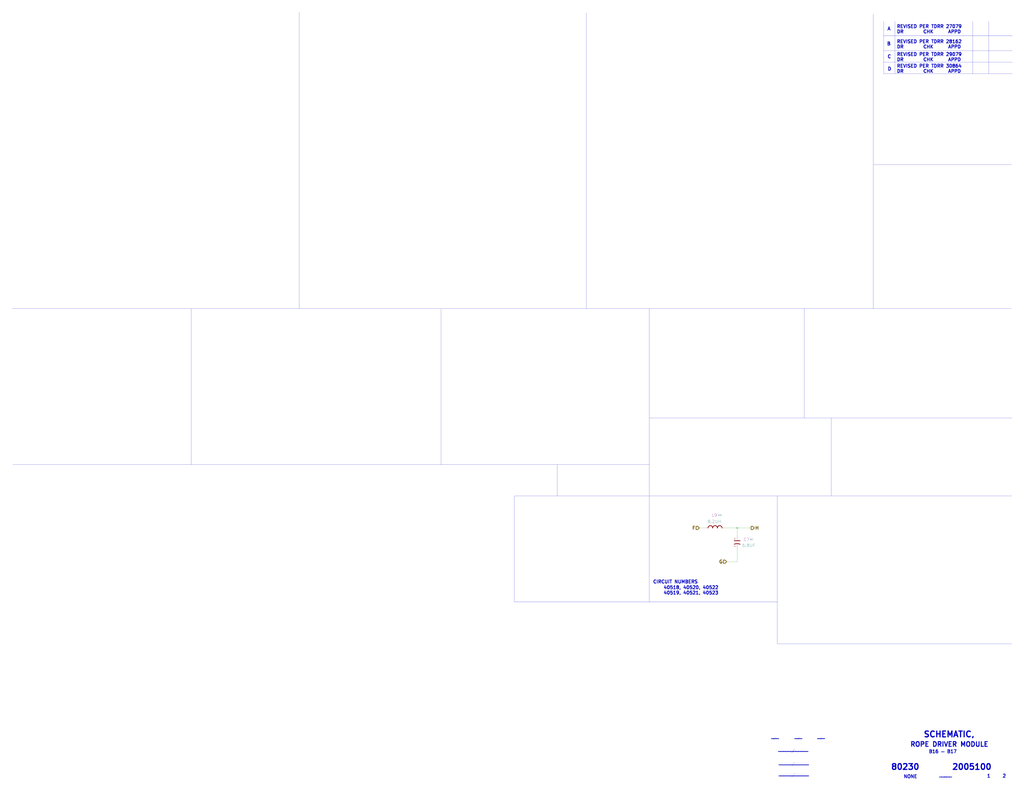
<source format=kicad_sch>
(kicad_sch (version 20211123) (generator eeschema)
  (paper "E")
  (lib_symbols
    (symbol "AGC_DSKY:Capacitor-Polarized" (pin_numbers hide) (pin_names (offset 0) hide)
      (property "Reference" "C" (at 4.445 5.08 0))
      (symbol "Capacitor-Polarized_0_0"
        (text "+" (at -2.54 4.445 0) (effects (font (size 3.556 3.556))))
        (text "-" (at -2.54 -3.81 0) (effects (font (size 3.556 3.556))))
      )
      (symbol "Capacitor-Polarized_0_1"
        (polyline (pts (xy -3.175 1.905) (xy 3.175 1.905)) (stroke (width 0.762)))
        (arc (start 3.175 -1.905) (mid 0 -1.2173) (end -3.175 -1.905) (stroke (width 0.762)))
      )
      (symbol "Capacitor-Polarized_1_1"
        (pin passive line (at 0 6.985 270) (length 5.08) (name "1") (number "1"))
        (pin passive line (at 0 -6.35 90) (length 5.08) (name "2") (number "2"))
      )
    )
    (symbol "AGC_DSKY:Inductor" (pin_numbers hide) (pin_names (offset 0) hide)
      (property "Reference" "L" (at -1.27 5.08 0))
      (symbol "Inductor_0_1"
        (arc (start -2.54 0) (mid -5.08 2.54) (end -7.62 0) (stroke (width 0.762)))
        (arc (start 2.54 0) (mid 0 2.54) (end -2.54 0) (stroke (width 0.762)))
        (arc (start 7.62 0) (mid 5.08 2.54) (end 2.54 0) (stroke (width 0.762)))
      )
      (symbol "Inductor_1_1"
        (pin passive line (at -10.16 0 0) (length 2.54) (name "1") (number "1"))
        (pin passive line (at 10.16 0 180) (length 2.54) (name "2") (number "2"))
      )
    )
  )
  (junction (at 804.545 576.58))
  (polyline (pts (xy 608.33 507.365) (xy 608.33 541.655)) (stroke (width 0) (type solid)))
  (polyline (pts (xy 561.34 541.655) (xy 1104.265 541.655)) (stroke (width 0) (type solid)))
  (polyline (pts (xy 481.33 507.365) (xy 481.33 337.82)) (stroke (width 0) (type solid)))
  (polyline (pts (xy 708.66 657.225) (xy 708.66 337.185)) (stroke (width 0) (type solid)))
  (polyline (pts (xy 708.66 456.565) (xy 1104.265 456.565)) (stroke (width 0) (type solid)))
  (polyline (pts (xy 895.1976 807.6946) (xy 897.1026 805.1546)) (stroke (width 0) (type solid)))
  (polyline (pts (xy 964.311 55.372) (xy 1104.9 55.372)) (stroke (width 0) (type solid)))
  (polyline (pts (xy 326.39 337.185) (xy 326.39 13.335)) (stroke (width 0) (type solid)))
  (polyline (pts (xy 844.3976 807.6946) (xy 846.3026 805.1546)) (stroke (width 0) (type solid)))
  (polyline (pts (xy 964.311 38.8366) (xy 1104.9 38.8366)) (stroke (width 0) (type solid)))
  (polyline (pts (xy 13.97 507.365) (xy 708.66 507.365)) (stroke (width 0) (type solid)))
  (polyline (pts (xy 964.311 68.072) (xy 1104.9 68.072)) (stroke (width 0) (type solid)))
  (polyline (pts (xy 953.135 179.705) (xy 1104.265 179.705)) (stroke (width 0) (type solid)))
  (wire (pts (xy 804.545 598.805) (xy 804.545 613.41)))
  (wire (pts (xy 770.255 576.58) (xy 763.27 576.58)))
  (polyline (pts (xy 640.08 337.185) (xy 640.08 13.97)) (stroke (width 0) (type solid)))
  (polyline (pts (xy 864.0826 848.9696) (xy 867.2576 844.5246)) (stroke (width 0) (type solid)))
  (polyline (pts (xy 1079.1698 23.3934) (xy 1079.1698 80.645)) (stroke (width 0) (type solid)))
  (polyline (pts (xy 13.335 337.185) (xy 1103.63 337.185)) (stroke (width 0) (type solid)))
  (wire (pts (xy 804.545 585.47) (xy 804.545 576.58)))
  (polyline (pts (xy 964.311 80.645) (xy 1104.9 80.645)) (stroke (width 0) (type solid)))
  (polyline (pts (xy 953.135 337.185) (xy 953.135 15.24)) (stroke (width 0) (type solid)))
  (polyline (pts (xy 561.34 541.655) (xy 561.34 657.225)) (stroke (width 0) (type solid)))
  (polyline (pts (xy 848.36 541.655) (xy 848.36 702.945)) (stroke (width 0) (type solid)))
  (wire (pts (xy 793.115 613.41) (xy 804.545 613.41)))
  (wire (pts (xy 790.575 576.58) (xy 804.545 576.58)))
  (polyline (pts (xy 976.7824 23.3934) (xy 976.7824 80.645)) (stroke (width 0) (type solid)))
  (polyline (pts (xy 964.311 23.3934) (xy 964.311 80.645)) (stroke (width 0) (type solid)))
  (polyline (pts (xy 877.57 456.565) (xy 877.57 337.185)) (stroke (width 0) (type solid)))
  (polyline (pts (xy 864.0826 836.9046) (xy 867.2576 832.4596)) (stroke (width 0) (type solid)))
  (polyline (pts (xy 870.4326 807.6946) (xy 872.3376 805.1546)) (stroke (width 0) (type solid)))
  (polyline (pts (xy 561.34 657.225) (xy 848.36 657.225)) (stroke (width 0) (type solid)))
  (polyline (pts (xy 1030.4526 849.6046) (xy 1032.9926 847.0646)) (stroke (width 0) (type solid)))
  (wire (pts (xy 804.545 576.58) (xy 819.785 576.58)))
  (polyline (pts (xy 907.415 541.655) (xy 907.415 456.565)) (stroke (width 0) (type solid)))
  (polyline (pts (xy 864.0826 822.2996) (xy 867.2576 817.8546)) (stroke (width 0) (type solid)))
  (polyline (pts (xy 848.36 702.945) (xy 1104.265 702.945)) (stroke (width 0) (type solid)))
  (polyline (pts (xy 208.915 337.185) (xy 208.915 507.365)) (stroke (width 0) (type solid)))
  (polyline (pts (xy 1061.72 23.3934) (xy 1061.72 80.645)) (stroke (width 0) (type solid)))
  (text "CIRCUIT NUMBERS" (at 712.47 637.54 0) (effects (font (size 3.556 3.556) (thickness 0.7112) bold) (justify left bottom)))
  (text "___" (at 866.775 807.085 0) (effects (font (size 3.556 3.556) (thickness 0.7112) bold) (justify left bottom)))
  (text "___" (at 841.375 807.085 0) (effects (font (size 3.556 3.556) (thickness 0.7112) bold) (justify left bottom)))
  (text "REVISED PER TDRR 27079\nDR        CHK      APPD" (at 978.535 36.83 0) (effects (font (size 3.556 3.556) (thickness 0.7112) bold) (justify left bottom)))
  (text "____________" (at 849.63 847.725 0) (effects (font (size 3.556 3.556) (thickness 0.7112) bold) (justify left bottom)))
  (text "C" (at 968.3496 63.9826 0) (effects (font (size 3.556 3.556) (thickness 0.7112) bold) (justify left bottom)))
  (text "80230" (at 972.0326 841.3496 0) (effects (font (size 6.35 6.35) (thickness 1.27) bold) (justify left bottom)))
  (text "40518, 40520, 40522\n40519, 40521, 40523" (at 723.9 649.605 0) (effects (font (size 3.556 3.556) (thickness 0.7112) bold) (justify left bottom)))
  (text "B" (at 967.867 50.038 0) (effects (font (size 3.556 3.556) (thickness 0.7112) bold) (justify left bottom)))
  (text "REVISED PER TDRR 30864\nDR        CHK      APPD" (at 978.535 80.01 0) (effects (font (size 3.556 3.556) (thickness 0.7112) bold) (justify left bottom)))
  (text "____________" (at 848.995 821.055 0) (effects (font (size 3.556 3.556) (thickness 0.7112) bold) (justify left bottom)))
  (text "SCHEMATIC," (at 1007.5926 805.7896 0) (effects (font (size 6.35 6.35) (thickness 1.27) bold) (justify left bottom)))
  (text "A" (at 968.2734 33.6296 0) (effects (font (size 3.556 3.556) (thickness 0.7112) bold) (justify left bottom)))
  (text "1     2" (at 1076.96 849.63 0) (effects (font (size 3.556 3.556) (thickness 0.7112) bold) (justify left bottom)))
  (text "NONE" (at 986.0026 850.2396 0) (effects (font (size 3.556 3.556) (thickness 0.7112) bold) (justify left bottom)))
  (text "2005100" (at 1038.7076 841.3496 0) (effects (font (size 6.35 6.35) (thickness 1.27) bold) (justify left bottom)))
  (text "_____" (at 1024.7376 848.9696 0) (effects (font (size 3.556 3.556) (thickness 0.7112) bold) (justify left bottom)))
  (text "ROPE DRIVER MODULE" (at 993.14 815.975 0) (effects (font (size 5.08 5.08) (thickness 1.016) bold) (justify left bottom)))
  (text "D" (at 968.5782 77.47 0) (effects (font (size 3.556 3.556) (thickness 0.7112) bold) (justify left bottom)))
  (text "___" (at 891.54 807.085 0) (effects (font (size 3.556 3.556) (thickness 0.7112) bold) (justify left bottom)))
  (text "REVISED PER TDRR 29079\nDR        CHK      APPD" (at 978.535 67.31 0) (effects (font (size 3.556 3.556) (thickness 0.7112) bold) (justify left bottom)))
  (text "B16 — B17" (at 1013.46 822.96 0) (effects (font (size 3.556 3.556) (thickness 0.7112) bold) (justify left bottom)))
  (text "____________" (at 849.63 835.66 0) (effects (font (size 3.556 3.556) (thickness 0.7112) bold) (justify left bottom)))
  (text "REVISED PER TDRR 28162\nDR        CHK      APPD" (at 978.535 53.34 0) (effects (font (size 3.556 3.556) (thickness 0.7112) bold) (justify left bottom)))
  (hierarchical_label "G" (shape input) (at 793.115 613.41 180) (effects (font (size 3.556 3.556) (thickness 0.7112) bold)))
  (hierarchical_label "F" (shape input) (at 763.27 576.58 180) (effects (font (size 3.556 3.556) (thickness 0.7112) bold)))
  (hierarchical_label "H" (shape output) (at 819.785 576.58 0) (effects (font (size 3.556 3.556) (thickness 0.7112) bold)))
  (symbol (lib_id "AGC_DSKY:Inductor") (at 780.415 576.58 0)
    (property "Reference" "3L9" (at 785.495 562.61 0))
    (property "Value" "8.2UH" (at 779.78 569.595 0) (effects (font (size 3.302 3.302))))
    (property "OREFD" "L9" (at 779.78 562.61 0) (effects (font (size 3.302 3.302))))
  )
  (symbol (lib_id "AGC_DSKY:Capacitor-Polarized") (at 804.545 592.455 0)
    (property "Reference" "3C7" (at 820.42 589.28 0))
    (property "Value" "6.8UF" (at 817.245 595.63 0) (effects (font (size 3.302 3.302))))
    (property "OREFD" "C7" (at 814.705 589.28 0) (effects (font (size 3.302 3.302))))
  )
)
</source>
